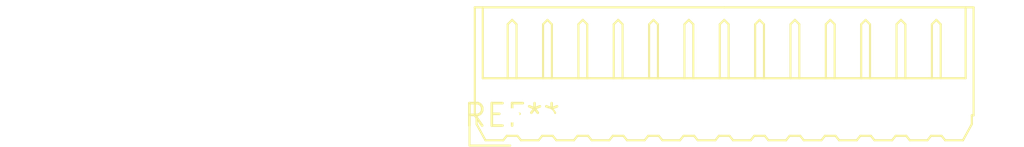
<source format=kicad_pcb>
(kicad_pcb (version 20240108) (generator pcbnew)
  (layers (0 "F.Cu" signal) (31 "B.Cu" signal) (34 "B.Paste" user) (35 "F.Paste" user) (36 "B.SilkS" user "B.Silkscreen") (37 "F.SilkS" user "F.Silkscreen") (38 "B.Mask" user) (39 "F.Mask" user) (44 "Edge.Cuts" user))
  (net 0 "")
  (footprint "Molex_Micro-Latch_53254-1370_1x13_P2.00mm_Horizontal" (layer "F.Cu") (at 0 0)
    (property "Reference" "REF**")
    (property "Value" "Molex_Micro-Latch_53254-1370_1x13_P2.00mm_Horizontal")
    (fp_line (start -2.41 1.71) (end -2.41 -0.59) (layer "F.SilkS") (stroke (width 0.12)))
    (fp_line (start -2.11 -6.11) (end 12 -6.11) (layer "F.SilkS") (stroke (width 0.12)))
    (fp_line (start -2.11 0) (end -2.11 -6.11) (layer "F.SilkS") (stroke (width 0.12)))
    (fp_line (start -2.01 0) (end -2.11 0) (layer "F.SilkS") (stroke (width 0.12)))
    (fp_line (start -2.01 0.5) (end -2.01 0) (layer "F.SilkS") (stroke (width 0.12)))
    (fp_line (start -1.66 -6.11) (end -1.66 -2.1) (layer "F.SilkS") (stroke (width 0.12)))
    (fp_line (start -1.66 -2.1) (end 25.66 -2.1) (layer "F.SilkS") (stroke (width 0.12)))
    (fp_line (start -1.51 1.41) (end -2.01 0.5) (layer "F.SilkS") (stroke (width 0.12)))
    (fp_line (start -0.5 1.41) (end -1.51 1.41) (layer "F.SilkS") (stroke (width 0.12)))
    (fp_line (start -0.3 1.16) (end -0.5 1.41) (layer "F.SilkS") (stroke (width 0.12)))
    (fp_line (start -0.3 1.16) (end 0.3 1.16) (layer "F.SilkS") (stroke (width 0.12)))
    (fp_line (start -0.25 -5.15) (end 0 -5.4) (layer "F.SilkS") (stroke (width 0.12)))
    (fp_line (start -0.25 -2.1) (end -0.25 -5.15) (layer "F.SilkS") (stroke (width 0.12)))
    (fp_line (start -0.11 1.71) (end -2.41 1.71) (layer "F.SilkS") (stroke (width 0.12)))
    (fp_line (start 0 -5.4) (end 0.25 -5.15) (layer "F.SilkS") (stroke (width 0.12)))
    (fp_line (start 0.25 -5.15) (end 0.25 -2.1) (layer "F.SilkS") (stroke (width 0.12)))
    (fp_line (start 0.3 1.16) (end 0.5 1.41) (layer "F.SilkS") (stroke (width 0.12)))
    (fp_line (start 0.5 1.41) (end 1.5 1.41) (layer "F.SilkS") (stroke (width 0.12)))
    (fp_line (start 1.5 1.41) (end 1.7 1.16) (layer "F.SilkS") (stroke (width 0.12)))
    (fp_line (start 1.7 1.16) (end 2.3 1.16) (layer "F.SilkS") (stroke (width 0.12)))
    (fp_line (start 1.75 -5.15) (end 2 -5.4) (layer "F.SilkS") (stroke (width 0.12)))
    (fp_line (start 1.75 -2.1) (end 1.75 -5.15) (layer "F.SilkS") (stroke (width 0.12)))
    (fp_line (start 2 -5.4) (end 2.25 -5.15) (layer "F.SilkS") (stroke (width 0.12)))
    (fp_line (start 2.25 -5.15) (end 2.25 -2.1) (layer "F.SilkS") (stroke (width 0.12)))
    (fp_line (start 2.3 1.16) (end 2.5 1.41) (layer "F.SilkS") (stroke (width 0.12)))
    (fp_line (start 2.5 1.41) (end 3.5 1.41) (layer "F.SilkS") (stroke (width 0.12)))
    (fp_line (start 3.5 1.41) (end 3.7 1.16) (layer "F.SilkS") (stroke (width 0.12)))
    (fp_line (start 3.7 1.16) (end 4.3 1.16) (layer "F.SilkS") (stroke (width 0.12)))
    (fp_line (start 3.75 -5.15) (end 4 -5.4) (layer "F.SilkS") (stroke (width 0.12)))
    (fp_line (start 3.75 -2.1) (end 3.75 -5.15) (layer "F.SilkS") (stroke (width 0.12)))
    (fp_line (start 4 -5.4) (end 4.25 -5.15) (layer "F.SilkS") (stroke (width 0.12)))
    (fp_line (start 4.25 -5.15) (end 4.25 -2.1) (layer "F.SilkS") (stroke (width 0.12)))
    (fp_line (start 4.3 1.16) (end 4.5 1.41) (layer "F.SilkS") (stroke (width 0.12)))
    (fp_line (start 4.5 1.41) (end 5.5 1.41) (layer "F.SilkS") (stroke (width 0.12)))
    (fp_line (start 5.5 1.41) (end 5.7 1.16) (layer "F.SilkS") (stroke (width 0.12)))
    (fp_line (start 5.7 1.16) (end 6.3 1.16) (layer "F.SilkS") (stroke (width 0.12)))
    (fp_line (start 5.75 -5.15) (end 6 -5.4) (layer "F.SilkS") (stroke (width 0.12)))
    (fp_line (start 5.75 -2.1) (end 5.75 -5.15) (layer "F.SilkS") (stroke (width 0.12)))
    (fp_line (start 6 -5.4) (end 6.25 -5.15) (layer "F.SilkS") (stroke (width 0.12)))
    (fp_line (start 6.25 -5.15) (end 6.25 -2.1) (layer "F.SilkS") (stroke (width 0.12)))
    (fp_line (start 6.3 1.16) (end 6.5 1.41) (layer "F.SilkS") (stroke (width 0.12)))
    (fp_line (start 6.5 1.41) (end 7.5 1.41) (layer "F.SilkS") (stroke (width 0.12)))
    (fp_line (start 7.5 1.41) (end 7.7 1.16) (layer "F.SilkS") (stroke (width 0.12)))
    (fp_line (start 7.7 1.16) (end 8.3 1.16) (layer "F.SilkS") (stroke (width 0.12)))
    (fp_line (start 7.75 -5.15) (end 8 -5.4) (layer "F.SilkS") (stroke (width 0.12)))
    (fp_line (start 7.75 -2.1) (end 7.75 -5.15) (layer "F.SilkS") (stroke (width 0.12)))
    (fp_line (start 8 -5.4) (end 8.25 -5.15) (layer "F.SilkS") (stroke (width 0.12)))
    (fp_line (start 8.25 -5.15) (end 8.25 -2.1) (layer "F.SilkS") (stroke (width 0.12)))
    (fp_line (start 8.3 1.16) (end 8.5 1.41) (layer "F.SilkS") (stroke (width 0.12)))
    (fp_line (start 8.5 1.41) (end 9.5 1.41) (layer "F.SilkS") (stroke (width 0.12)))
    (fp_line (start 9.5 1.41) (end 9.7 1.16) (layer "F.SilkS") (stroke (width 0.12)))
    (fp_line (start 9.7 1.16) (end 10.3 1.16) (layer "F.SilkS") (stroke (width 0.12)))
    (fp_line (start 9.75 -5.15) (end 10 -5.4) (layer "F.SilkS") (stroke (width 0.12)))
    (fp_line (start 9.75 -2.1) (end 9.75 -5.15) (layer "F.SilkS") (stroke (width 0.12)))
    (fp_line (start 10 -5.4) (end 10.25 -5.15) (layer "F.SilkS") (stroke (width 0.12)))
    (fp_line (start 10.25 -5.15) (end 10.25 -2.1) (layer "F.SilkS") (stroke (width 0.12)))
    (fp_line (start 10.3 1.16) (end 10.5 1.41) (layer "F.SilkS") (stroke (width 0.12)))
    (fp_line (start 10.5 1.41) (end 11.5 1.41) (layer "F.SilkS") (stroke (width 0.12)))
    (fp_line (start 11.5 1.41) (end 11.7 1.16) (layer "F.SilkS") (stroke (width 0.12)))
    (fp_line (start 11.7 1.16) (end 12.3 1.16) (layer "F.SilkS") (stroke (width 0.12)))
    (fp_line (start 11.75 -5.15) (end 12 -5.4) (layer "F.SilkS") (stroke (width 0.12)))
    (fp_line (start 11.75 -2.1) (end 11.75 -5.15) (layer "F.SilkS") (stroke (width 0.12)))
    (fp_line (start 12 -5.4) (end 12.25 -5.15) (layer "F.SilkS") (stroke (width 0.12)))
    (fp_line (start 12.25 -5.15) (end 12.25 -2.1) (layer "F.SilkS") (stroke (width 0.12)))
    (fp_line (start 12.3 1.16) (end 12.5 1.41) (layer "F.SilkS") (stroke (width 0.12)))
    (fp_line (start 12.5 1.41) (end 13.5 1.41) (layer "F.SilkS") (stroke (width 0.12)))
    (fp_line (start 13.5 1.41) (end 13.7 1.16) (layer "F.SilkS") (stroke (width 0.12)))
    (fp_line (start 13.7 1.16) (end 14.3 1.16) (layer "F.SilkS") (stroke (width 0.12)))
    (fp_line (start 13.75 -5.15) (end 14 -5.4) (layer "F.SilkS") (stroke (width 0.12)))
    (fp_line (start 13.75 -2.1) (end 13.75 -5.15) (layer "F.SilkS") (stroke (width 0.12)))
    (fp_line (start 14 -5.4) (end 14.25 -5.15) (layer "F.SilkS") (stroke (width 0.12)))
    (fp_line (start 14.25 -5.15) (end 14.25 -2.1) (layer "F.SilkS") (stroke (width 0.12)))
    (fp_line (start 14.3 1.16) (end 14.5 1.41) (layer "F.SilkS") (stroke (width 0.12)))
    (fp_line (start 14.5 1.41) (end 15.5 1.41) (layer "F.SilkS") (stroke (width 0.12)))
    (fp_line (start 15.5 1.41) (end 15.7 1.16) (layer "F.SilkS") (stroke (width 0.12)))
    (fp_line (start 15.7 1.16) (end 16.3 1.16) (layer "F.SilkS") (stroke (width 0.12)))
    (fp_line (start 15.75 -5.15) (end 16 -5.4) (layer "F.SilkS") (stroke (width 0.12)))
    (fp_line (start 15.75 -2.1) (end 15.75 -5.15) (layer "F.SilkS") (stroke (width 0.12)))
    (fp_line (start 16 -5.4) (end 16.25 -5.15) (layer "F.SilkS") (stroke (width 0.12)))
    (fp_line (start 16.25 -5.15) (end 16.25 -2.1) (layer "F.SilkS") (stroke (width 0.12)))
    (fp_line (start 16.3 1.16) (end 16.5 1.41) (layer "F.SilkS") (stroke (width 0.12)))
    (fp_line (start 16.5 1.41) (end 17.5 1.41) (layer "F.SilkS") (stroke (width 0.12)))
    (fp_line (start 17.5 1.41) (end 17.7 1.16) (layer "F.SilkS") (stroke (width 0.12)))
    (fp_line (start 17.7 1.16) (end 18.3 1.16) (layer "F.SilkS") (stroke (width 0.12)))
    (fp_line (start 17.75 -5.15) (end 18 -5.4) (layer "F.SilkS") (stroke (width 0.12)))
    (fp_line (start 17.75 -2.1) (end 17.75 -5.15) (layer "F.SilkS") (stroke (width 0.12)))
    (fp_line (start 18 -5.4) (end 18.25 -5.15) (layer "F.SilkS") (stroke (width 0.12)))
    (fp_line (start 18.25 -5.15) (end 18.25 -2.1) (layer "F.SilkS") (stroke (width 0.12)))
    (fp_line (start 18.3 1.16) (end 18.5 1.41) (layer "F.SilkS") (stroke (width 0.12)))
    (fp_line (start 18.5 1.41) (end 19.5 1.41) (layer "F.SilkS") (stroke (width 0.12)))
    (fp_line (start 19.5 1.41) (end 19.7 1.16) (layer "F.SilkS") (stroke (width 0.12)))
    (fp_line (start 19.7 1.16) (end 20.3 1.16) (layer "F.SilkS") (stroke (width 0.12)))
    (fp_line (start 19.75 -5.15) (end 20 -5.4) (layer "F.SilkS") (stroke (width 0.12)))
    (fp_line (start 19.75 -2.1) (end 19.75 -5.15) (layer "F.SilkS") (stroke (width 0.12)))
    (fp_line (start 20 -5.4) (end 20.25 -5.15) (layer "F.SilkS") (stroke (width 0.12)))
    (fp_line (start 20.25 -5.15) (end 20.25 -2.1) (layer "F.SilkS") (stroke (width 0.12)))
    (fp_line (start 20.3 1.16) (end 20.5 1.41) (layer "F.SilkS") (stroke (width 0.12)))
    (fp_line (start 20.5 1.41) (end 21.5 1.41) (layer "F.SilkS") (stroke (width 0.12)))
    (fp_line (start 21.5 1.41) (end 21.7 1.16) (layer "F.SilkS") (stroke (width 0.12)))
    (fp_line (start 21.7 1.16) (end 22.3 1.16) (layer "F.SilkS") (stroke (width 0.12)))
    (fp_line (start 21.75 -5.15) (end 22 -5.4) (layer "F.SilkS") (stroke (width 0.12)))
    (fp_line (start 21.75 -2.1) (end 21.75 -5.15) (layer "F.SilkS") (stroke (width 0.12)))
    (fp_line (start 22 -5.4) (end 22.25 -5.15) (layer "F.SilkS") (stroke (width 0.12)))
    (fp_line (start 22.25 -5.15) (end 22.25 -2.1) (layer "F.SilkS") (stroke (width 0.12)))
    (fp_line (start 22.3 1.16) (end 22.5 1.41) (layer "F.SilkS") (stroke (width 0.12)))
    (fp_line (start 22.5 1.41) (end 23.5 1.41) (layer "F.SilkS") (stroke (width 0.12)))
    (fp_line (start 23.5 1.41) (end 23.7 1.16) (layer "F.SilkS") (stroke (width 0.12)))
    (fp_line (start 23.7 1.16) (end 24.3 1.16) (layer "F.SilkS") (stroke (width 0.12)))
    (fp_line (start 23.75 -5.15) (end 24 -5.4) (layer "F.SilkS") (stroke (width 0.12)))
    (fp_line (start 23.75 -2.1) (end 23.75 -5.15) (layer "F.SilkS") (stroke (width 0.12)))
    (fp_line (start 24 -5.4) (end 24.25 -5.15) (layer "F.SilkS") (stroke (width 0.12)))
    (fp_line (start 24.25 -5.15) (end 24.25 -2.1) (layer "F.SilkS") (stroke (width 0.12)))
    (fp_line (start 24.3 1.16) (end 24.5 1.41) (layer "F.SilkS") (stroke (width 0.12)))
    (fp_line (start 24.5 1.41) (end 25.51 1.41) (layer "F.SilkS") (stroke (width 0.12)))
    (fp_line (start 25.51 1.41) (end 26.01 0.5) (layer "F.SilkS") (stroke (width 0.12)))
    (fp_line (start 25.66 -2.1) (end 25.66 -6.11) (layer "F.SilkS") (stroke (width 0.12)))
    (fp_line (start 26.01 0) (end 26.11 0) (layer "F.SilkS") (stroke (width 0.12)))
    (fp_line (start 26.01 0.5) (end 26.01 0) (layer "F.SilkS") (stroke (width 0.12)))
    (fp_line (start 26.11 -6.11) (end 12 -6.11) (layer "F.SilkS") (stroke (width 0.12)))
    (fp_line (start 26.11 0) (end 26.11 -6.11) (layer "F.SilkS") (stroke (width 0.12)))
    (pad "1" thru_hole roundrect (at 0 0) (size 1.2 1.8) (drill 0.8) (layers *.Cu *.Mask) (remove_unused_layers) (roundrect_rratio 0.208333))
    (pad "2" thru_hole oval (at 2 0) (size 1.2 1.8) (drill 0.8) (layers *.Cu *.Mask) (remove_unused_layers))
    (pad "3" thru_hole oval (at 4 0) (size 1.2 1.8) (drill 0.8) (layers *.Cu *.Mask) (remove_unused_layers))
    (pad "4" thru_hole oval (at 6 0) (size 1.2 1.8) (drill 0.8) (layers *.Cu *.Mask) (remove_unused_layers))
    (pad "5" thru_hole oval (at 8 0) (size 1.2 1.8) (drill 0.8) (layers *.Cu *.Mask) (remove_unused_layers))
    (pad "6" thru_hole oval (at 10 0) (size 1.2 1.8) (drill 0.8) (layers *.Cu *.Mask) (remove_unused_layers))
    (pad "7" thru_hole oval (at 12 0) (size 1.2 1.8) (drill 0.8) (layers *.Cu *.Mask) (remove_unused_layers))
    (pad "8" thru_hole oval (at 14 0) (size 1.2 1.8) (drill 0.8) (layers *.Cu *.Mask) (remove_unused_layers))
    (pad "9" thru_hole oval (at 16 0) (size 1.2 1.8) (drill 0.8) (layers *.Cu *.Mask) (remove_unused_layers))
    (pad "10" thru_hole oval (at 18 0) (size 1.2 1.8) (drill 0.8) (layers *.Cu *.Mask) (remove_unused_layers))
    (pad "11" thru_hole oval (at 20 0) (size 1.2 1.8) (drill 0.8) (layers *.Cu *.Mask) (remove_unused_layers))
    (pad "12" thru_hole oval (at 22 0) (size 1.2 1.8) (drill 0.8) (layers *.Cu *.Mask) (remove_unused_layers))
    (pad "13" thru_hole oval (at 24 0) (size 1.2 1.8) (drill 0.8) (layers *.Cu *.Mask) (remove_unused_layers))
  )
)
</source>
